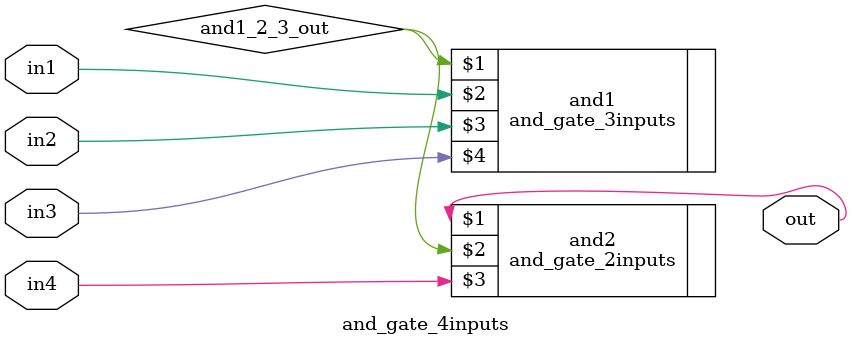
<source format=v>
module and_gate_4inputs(out,in1,in2,in3,in4);
output out;
input in1,in2,in3,in4;
wire and1_2_3_out;
and_gate_3inputs and1(and1_2_3_out,in1,in2,in3);
and_gate_2inputs and2(out,and1_2_3_out,in4);
endmodule
//21
</source>
